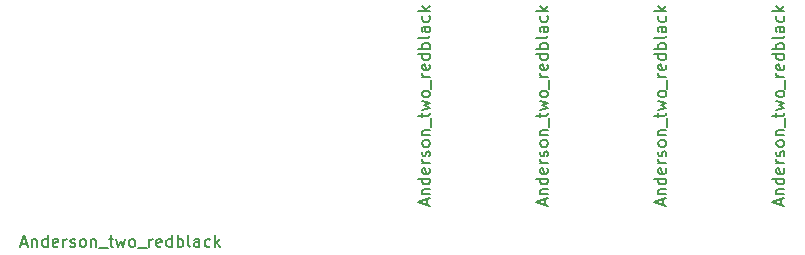
<source format=gbr>
G04 #@! TF.FileFunction,Other,Fab,Top*
%FSLAX46Y46*%
G04 Gerber Fmt 4.6, Leading zero omitted, Abs format (unit mm)*
G04 Created by KiCad (PCBNEW 4.0.6+dfsg1-1) date Thu Jun 14 22:42:19 2018*
%MOMM*%
%LPD*%
G01*
G04 APERTURE LIST*
%ADD10C,0.100000*%
%ADD11C,0.150000*%
G04 APERTURE END LIST*
D10*
D11*
X80595236Y-88166667D02*
X81071427Y-88166667D01*
X80499998Y-88452381D02*
X80833331Y-87452381D01*
X81166665Y-88452381D01*
X81499998Y-87785714D02*
X81499998Y-88452381D01*
X81499998Y-87880952D02*
X81547617Y-87833333D01*
X81642855Y-87785714D01*
X81785713Y-87785714D01*
X81880951Y-87833333D01*
X81928570Y-87928571D01*
X81928570Y-88452381D01*
X82833332Y-88452381D02*
X82833332Y-87452381D01*
X82833332Y-88404762D02*
X82738094Y-88452381D01*
X82547617Y-88452381D01*
X82452379Y-88404762D01*
X82404760Y-88357143D01*
X82357141Y-88261905D01*
X82357141Y-87976190D01*
X82404760Y-87880952D01*
X82452379Y-87833333D01*
X82547617Y-87785714D01*
X82738094Y-87785714D01*
X82833332Y-87833333D01*
X83690475Y-88404762D02*
X83595237Y-88452381D01*
X83404760Y-88452381D01*
X83309522Y-88404762D01*
X83261903Y-88309524D01*
X83261903Y-87928571D01*
X83309522Y-87833333D01*
X83404760Y-87785714D01*
X83595237Y-87785714D01*
X83690475Y-87833333D01*
X83738094Y-87928571D01*
X83738094Y-88023810D01*
X83261903Y-88119048D01*
X84166665Y-88452381D02*
X84166665Y-87785714D01*
X84166665Y-87976190D02*
X84214284Y-87880952D01*
X84261903Y-87833333D01*
X84357141Y-87785714D01*
X84452380Y-87785714D01*
X84738094Y-88404762D02*
X84833332Y-88452381D01*
X85023808Y-88452381D01*
X85119047Y-88404762D01*
X85166666Y-88309524D01*
X85166666Y-88261905D01*
X85119047Y-88166667D01*
X85023808Y-88119048D01*
X84880951Y-88119048D01*
X84785713Y-88071429D01*
X84738094Y-87976190D01*
X84738094Y-87928571D01*
X84785713Y-87833333D01*
X84880951Y-87785714D01*
X85023808Y-87785714D01*
X85119047Y-87833333D01*
X85738094Y-88452381D02*
X85642856Y-88404762D01*
X85595237Y-88357143D01*
X85547618Y-88261905D01*
X85547618Y-87976190D01*
X85595237Y-87880952D01*
X85642856Y-87833333D01*
X85738094Y-87785714D01*
X85880952Y-87785714D01*
X85976190Y-87833333D01*
X86023809Y-87880952D01*
X86071428Y-87976190D01*
X86071428Y-88261905D01*
X86023809Y-88357143D01*
X85976190Y-88404762D01*
X85880952Y-88452381D01*
X85738094Y-88452381D01*
X86499999Y-87785714D02*
X86499999Y-88452381D01*
X86499999Y-87880952D02*
X86547618Y-87833333D01*
X86642856Y-87785714D01*
X86785714Y-87785714D01*
X86880952Y-87833333D01*
X86928571Y-87928571D01*
X86928571Y-88452381D01*
X87166666Y-88547619D02*
X87928571Y-88547619D01*
X88023809Y-87785714D02*
X88404761Y-87785714D01*
X88166666Y-87452381D02*
X88166666Y-88309524D01*
X88214285Y-88404762D01*
X88309523Y-88452381D01*
X88404761Y-88452381D01*
X88642857Y-87785714D02*
X88833333Y-88452381D01*
X89023810Y-87976190D01*
X89214286Y-88452381D01*
X89404762Y-87785714D01*
X89928571Y-88452381D02*
X89833333Y-88404762D01*
X89785714Y-88357143D01*
X89738095Y-88261905D01*
X89738095Y-87976190D01*
X89785714Y-87880952D01*
X89833333Y-87833333D01*
X89928571Y-87785714D01*
X90071429Y-87785714D01*
X90166667Y-87833333D01*
X90214286Y-87880952D01*
X90261905Y-87976190D01*
X90261905Y-88261905D01*
X90214286Y-88357143D01*
X90166667Y-88404762D01*
X90071429Y-88452381D01*
X89928571Y-88452381D01*
X90452381Y-88547619D02*
X91214286Y-88547619D01*
X91452381Y-88452381D02*
X91452381Y-87785714D01*
X91452381Y-87976190D02*
X91500000Y-87880952D01*
X91547619Y-87833333D01*
X91642857Y-87785714D01*
X91738096Y-87785714D01*
X92452382Y-88404762D02*
X92357144Y-88452381D01*
X92166667Y-88452381D01*
X92071429Y-88404762D01*
X92023810Y-88309524D01*
X92023810Y-87928571D01*
X92071429Y-87833333D01*
X92166667Y-87785714D01*
X92357144Y-87785714D01*
X92452382Y-87833333D01*
X92500001Y-87928571D01*
X92500001Y-88023810D01*
X92023810Y-88119048D01*
X93357144Y-88452381D02*
X93357144Y-87452381D01*
X93357144Y-88404762D02*
X93261906Y-88452381D01*
X93071429Y-88452381D01*
X92976191Y-88404762D01*
X92928572Y-88357143D01*
X92880953Y-88261905D01*
X92880953Y-87976190D01*
X92928572Y-87880952D01*
X92976191Y-87833333D01*
X93071429Y-87785714D01*
X93261906Y-87785714D01*
X93357144Y-87833333D01*
X93833334Y-88452381D02*
X93833334Y-87452381D01*
X93833334Y-87833333D02*
X93928572Y-87785714D01*
X94119049Y-87785714D01*
X94214287Y-87833333D01*
X94261906Y-87880952D01*
X94309525Y-87976190D01*
X94309525Y-88261905D01*
X94261906Y-88357143D01*
X94214287Y-88404762D01*
X94119049Y-88452381D01*
X93928572Y-88452381D01*
X93833334Y-88404762D01*
X94880953Y-88452381D02*
X94785715Y-88404762D01*
X94738096Y-88309524D01*
X94738096Y-87452381D01*
X95690478Y-88452381D02*
X95690478Y-87928571D01*
X95642859Y-87833333D01*
X95547621Y-87785714D01*
X95357144Y-87785714D01*
X95261906Y-87833333D01*
X95690478Y-88404762D02*
X95595240Y-88452381D01*
X95357144Y-88452381D01*
X95261906Y-88404762D01*
X95214287Y-88309524D01*
X95214287Y-88214286D01*
X95261906Y-88119048D01*
X95357144Y-88071429D01*
X95595240Y-88071429D01*
X95690478Y-88023810D01*
X96595240Y-88404762D02*
X96500002Y-88452381D01*
X96309525Y-88452381D01*
X96214287Y-88404762D01*
X96166668Y-88357143D01*
X96119049Y-88261905D01*
X96119049Y-87976190D01*
X96166668Y-87880952D01*
X96214287Y-87833333D01*
X96309525Y-87785714D01*
X96500002Y-87785714D01*
X96595240Y-87833333D01*
X97023811Y-88452381D02*
X97023811Y-87452381D01*
X97119049Y-88071429D02*
X97404764Y-88452381D01*
X97404764Y-87785714D02*
X97023811Y-88166667D01*
X114916667Y-84904764D02*
X114916667Y-84428573D01*
X115202381Y-85000002D02*
X114202381Y-84666669D01*
X115202381Y-84333335D01*
X114535714Y-84000002D02*
X115202381Y-84000002D01*
X114630952Y-84000002D02*
X114583333Y-83952383D01*
X114535714Y-83857145D01*
X114535714Y-83714287D01*
X114583333Y-83619049D01*
X114678571Y-83571430D01*
X115202381Y-83571430D01*
X115202381Y-82666668D02*
X114202381Y-82666668D01*
X115154762Y-82666668D02*
X115202381Y-82761906D01*
X115202381Y-82952383D01*
X115154762Y-83047621D01*
X115107143Y-83095240D01*
X115011905Y-83142859D01*
X114726190Y-83142859D01*
X114630952Y-83095240D01*
X114583333Y-83047621D01*
X114535714Y-82952383D01*
X114535714Y-82761906D01*
X114583333Y-82666668D01*
X115154762Y-81809525D02*
X115202381Y-81904763D01*
X115202381Y-82095240D01*
X115154762Y-82190478D01*
X115059524Y-82238097D01*
X114678571Y-82238097D01*
X114583333Y-82190478D01*
X114535714Y-82095240D01*
X114535714Y-81904763D01*
X114583333Y-81809525D01*
X114678571Y-81761906D01*
X114773810Y-81761906D01*
X114869048Y-82238097D01*
X115202381Y-81333335D02*
X114535714Y-81333335D01*
X114726190Y-81333335D02*
X114630952Y-81285716D01*
X114583333Y-81238097D01*
X114535714Y-81142859D01*
X114535714Y-81047620D01*
X115154762Y-80761906D02*
X115202381Y-80666668D01*
X115202381Y-80476192D01*
X115154762Y-80380953D01*
X115059524Y-80333334D01*
X115011905Y-80333334D01*
X114916667Y-80380953D01*
X114869048Y-80476192D01*
X114869048Y-80619049D01*
X114821429Y-80714287D01*
X114726190Y-80761906D01*
X114678571Y-80761906D01*
X114583333Y-80714287D01*
X114535714Y-80619049D01*
X114535714Y-80476192D01*
X114583333Y-80380953D01*
X115202381Y-79761906D02*
X115154762Y-79857144D01*
X115107143Y-79904763D01*
X115011905Y-79952382D01*
X114726190Y-79952382D01*
X114630952Y-79904763D01*
X114583333Y-79857144D01*
X114535714Y-79761906D01*
X114535714Y-79619048D01*
X114583333Y-79523810D01*
X114630952Y-79476191D01*
X114726190Y-79428572D01*
X115011905Y-79428572D01*
X115107143Y-79476191D01*
X115154762Y-79523810D01*
X115202381Y-79619048D01*
X115202381Y-79761906D01*
X114535714Y-79000001D02*
X115202381Y-79000001D01*
X114630952Y-79000001D02*
X114583333Y-78952382D01*
X114535714Y-78857144D01*
X114535714Y-78714286D01*
X114583333Y-78619048D01*
X114678571Y-78571429D01*
X115202381Y-78571429D01*
X115297619Y-78333334D02*
X115297619Y-77571429D01*
X114535714Y-77476191D02*
X114535714Y-77095239D01*
X114202381Y-77333334D02*
X115059524Y-77333334D01*
X115154762Y-77285715D01*
X115202381Y-77190477D01*
X115202381Y-77095239D01*
X114535714Y-76857143D02*
X115202381Y-76666667D01*
X114726190Y-76476190D01*
X115202381Y-76285714D01*
X114535714Y-76095238D01*
X115202381Y-75571429D02*
X115154762Y-75666667D01*
X115107143Y-75714286D01*
X115011905Y-75761905D01*
X114726190Y-75761905D01*
X114630952Y-75714286D01*
X114583333Y-75666667D01*
X114535714Y-75571429D01*
X114535714Y-75428571D01*
X114583333Y-75333333D01*
X114630952Y-75285714D01*
X114726190Y-75238095D01*
X115011905Y-75238095D01*
X115107143Y-75285714D01*
X115154762Y-75333333D01*
X115202381Y-75428571D01*
X115202381Y-75571429D01*
X115297619Y-75047619D02*
X115297619Y-74285714D01*
X115202381Y-74047619D02*
X114535714Y-74047619D01*
X114726190Y-74047619D02*
X114630952Y-74000000D01*
X114583333Y-73952381D01*
X114535714Y-73857143D01*
X114535714Y-73761904D01*
X115154762Y-73047618D02*
X115202381Y-73142856D01*
X115202381Y-73333333D01*
X115154762Y-73428571D01*
X115059524Y-73476190D01*
X114678571Y-73476190D01*
X114583333Y-73428571D01*
X114535714Y-73333333D01*
X114535714Y-73142856D01*
X114583333Y-73047618D01*
X114678571Y-72999999D01*
X114773810Y-72999999D01*
X114869048Y-73476190D01*
X115202381Y-72142856D02*
X114202381Y-72142856D01*
X115154762Y-72142856D02*
X115202381Y-72238094D01*
X115202381Y-72428571D01*
X115154762Y-72523809D01*
X115107143Y-72571428D01*
X115011905Y-72619047D01*
X114726190Y-72619047D01*
X114630952Y-72571428D01*
X114583333Y-72523809D01*
X114535714Y-72428571D01*
X114535714Y-72238094D01*
X114583333Y-72142856D01*
X115202381Y-71666666D02*
X114202381Y-71666666D01*
X114583333Y-71666666D02*
X114535714Y-71571428D01*
X114535714Y-71380951D01*
X114583333Y-71285713D01*
X114630952Y-71238094D01*
X114726190Y-71190475D01*
X115011905Y-71190475D01*
X115107143Y-71238094D01*
X115154762Y-71285713D01*
X115202381Y-71380951D01*
X115202381Y-71571428D01*
X115154762Y-71666666D01*
X115202381Y-70619047D02*
X115154762Y-70714285D01*
X115059524Y-70761904D01*
X114202381Y-70761904D01*
X115202381Y-69809522D02*
X114678571Y-69809522D01*
X114583333Y-69857141D01*
X114535714Y-69952379D01*
X114535714Y-70142856D01*
X114583333Y-70238094D01*
X115154762Y-69809522D02*
X115202381Y-69904760D01*
X115202381Y-70142856D01*
X115154762Y-70238094D01*
X115059524Y-70285713D01*
X114964286Y-70285713D01*
X114869048Y-70238094D01*
X114821429Y-70142856D01*
X114821429Y-69904760D01*
X114773810Y-69809522D01*
X115154762Y-68904760D02*
X115202381Y-68999998D01*
X115202381Y-69190475D01*
X115154762Y-69285713D01*
X115107143Y-69333332D01*
X115011905Y-69380951D01*
X114726190Y-69380951D01*
X114630952Y-69333332D01*
X114583333Y-69285713D01*
X114535714Y-69190475D01*
X114535714Y-68999998D01*
X114583333Y-68904760D01*
X115202381Y-68476189D02*
X114202381Y-68476189D01*
X114821429Y-68380951D02*
X115202381Y-68095236D01*
X114535714Y-68095236D02*
X114916667Y-68476189D01*
X124916667Y-84904764D02*
X124916667Y-84428573D01*
X125202381Y-85000002D02*
X124202381Y-84666669D01*
X125202381Y-84333335D01*
X124535714Y-84000002D02*
X125202381Y-84000002D01*
X124630952Y-84000002D02*
X124583333Y-83952383D01*
X124535714Y-83857145D01*
X124535714Y-83714287D01*
X124583333Y-83619049D01*
X124678571Y-83571430D01*
X125202381Y-83571430D01*
X125202381Y-82666668D02*
X124202381Y-82666668D01*
X125154762Y-82666668D02*
X125202381Y-82761906D01*
X125202381Y-82952383D01*
X125154762Y-83047621D01*
X125107143Y-83095240D01*
X125011905Y-83142859D01*
X124726190Y-83142859D01*
X124630952Y-83095240D01*
X124583333Y-83047621D01*
X124535714Y-82952383D01*
X124535714Y-82761906D01*
X124583333Y-82666668D01*
X125154762Y-81809525D02*
X125202381Y-81904763D01*
X125202381Y-82095240D01*
X125154762Y-82190478D01*
X125059524Y-82238097D01*
X124678571Y-82238097D01*
X124583333Y-82190478D01*
X124535714Y-82095240D01*
X124535714Y-81904763D01*
X124583333Y-81809525D01*
X124678571Y-81761906D01*
X124773810Y-81761906D01*
X124869048Y-82238097D01*
X125202381Y-81333335D02*
X124535714Y-81333335D01*
X124726190Y-81333335D02*
X124630952Y-81285716D01*
X124583333Y-81238097D01*
X124535714Y-81142859D01*
X124535714Y-81047620D01*
X125154762Y-80761906D02*
X125202381Y-80666668D01*
X125202381Y-80476192D01*
X125154762Y-80380953D01*
X125059524Y-80333334D01*
X125011905Y-80333334D01*
X124916667Y-80380953D01*
X124869048Y-80476192D01*
X124869048Y-80619049D01*
X124821429Y-80714287D01*
X124726190Y-80761906D01*
X124678571Y-80761906D01*
X124583333Y-80714287D01*
X124535714Y-80619049D01*
X124535714Y-80476192D01*
X124583333Y-80380953D01*
X125202381Y-79761906D02*
X125154762Y-79857144D01*
X125107143Y-79904763D01*
X125011905Y-79952382D01*
X124726190Y-79952382D01*
X124630952Y-79904763D01*
X124583333Y-79857144D01*
X124535714Y-79761906D01*
X124535714Y-79619048D01*
X124583333Y-79523810D01*
X124630952Y-79476191D01*
X124726190Y-79428572D01*
X125011905Y-79428572D01*
X125107143Y-79476191D01*
X125154762Y-79523810D01*
X125202381Y-79619048D01*
X125202381Y-79761906D01*
X124535714Y-79000001D02*
X125202381Y-79000001D01*
X124630952Y-79000001D02*
X124583333Y-78952382D01*
X124535714Y-78857144D01*
X124535714Y-78714286D01*
X124583333Y-78619048D01*
X124678571Y-78571429D01*
X125202381Y-78571429D01*
X125297619Y-78333334D02*
X125297619Y-77571429D01*
X124535714Y-77476191D02*
X124535714Y-77095239D01*
X124202381Y-77333334D02*
X125059524Y-77333334D01*
X125154762Y-77285715D01*
X125202381Y-77190477D01*
X125202381Y-77095239D01*
X124535714Y-76857143D02*
X125202381Y-76666667D01*
X124726190Y-76476190D01*
X125202381Y-76285714D01*
X124535714Y-76095238D01*
X125202381Y-75571429D02*
X125154762Y-75666667D01*
X125107143Y-75714286D01*
X125011905Y-75761905D01*
X124726190Y-75761905D01*
X124630952Y-75714286D01*
X124583333Y-75666667D01*
X124535714Y-75571429D01*
X124535714Y-75428571D01*
X124583333Y-75333333D01*
X124630952Y-75285714D01*
X124726190Y-75238095D01*
X125011905Y-75238095D01*
X125107143Y-75285714D01*
X125154762Y-75333333D01*
X125202381Y-75428571D01*
X125202381Y-75571429D01*
X125297619Y-75047619D02*
X125297619Y-74285714D01*
X125202381Y-74047619D02*
X124535714Y-74047619D01*
X124726190Y-74047619D02*
X124630952Y-74000000D01*
X124583333Y-73952381D01*
X124535714Y-73857143D01*
X124535714Y-73761904D01*
X125154762Y-73047618D02*
X125202381Y-73142856D01*
X125202381Y-73333333D01*
X125154762Y-73428571D01*
X125059524Y-73476190D01*
X124678571Y-73476190D01*
X124583333Y-73428571D01*
X124535714Y-73333333D01*
X124535714Y-73142856D01*
X124583333Y-73047618D01*
X124678571Y-72999999D01*
X124773810Y-72999999D01*
X124869048Y-73476190D01*
X125202381Y-72142856D02*
X124202381Y-72142856D01*
X125154762Y-72142856D02*
X125202381Y-72238094D01*
X125202381Y-72428571D01*
X125154762Y-72523809D01*
X125107143Y-72571428D01*
X125011905Y-72619047D01*
X124726190Y-72619047D01*
X124630952Y-72571428D01*
X124583333Y-72523809D01*
X124535714Y-72428571D01*
X124535714Y-72238094D01*
X124583333Y-72142856D01*
X125202381Y-71666666D02*
X124202381Y-71666666D01*
X124583333Y-71666666D02*
X124535714Y-71571428D01*
X124535714Y-71380951D01*
X124583333Y-71285713D01*
X124630952Y-71238094D01*
X124726190Y-71190475D01*
X125011905Y-71190475D01*
X125107143Y-71238094D01*
X125154762Y-71285713D01*
X125202381Y-71380951D01*
X125202381Y-71571428D01*
X125154762Y-71666666D01*
X125202381Y-70619047D02*
X125154762Y-70714285D01*
X125059524Y-70761904D01*
X124202381Y-70761904D01*
X125202381Y-69809522D02*
X124678571Y-69809522D01*
X124583333Y-69857141D01*
X124535714Y-69952379D01*
X124535714Y-70142856D01*
X124583333Y-70238094D01*
X125154762Y-69809522D02*
X125202381Y-69904760D01*
X125202381Y-70142856D01*
X125154762Y-70238094D01*
X125059524Y-70285713D01*
X124964286Y-70285713D01*
X124869048Y-70238094D01*
X124821429Y-70142856D01*
X124821429Y-69904760D01*
X124773810Y-69809522D01*
X125154762Y-68904760D02*
X125202381Y-68999998D01*
X125202381Y-69190475D01*
X125154762Y-69285713D01*
X125107143Y-69333332D01*
X125011905Y-69380951D01*
X124726190Y-69380951D01*
X124630952Y-69333332D01*
X124583333Y-69285713D01*
X124535714Y-69190475D01*
X124535714Y-68999998D01*
X124583333Y-68904760D01*
X125202381Y-68476189D02*
X124202381Y-68476189D01*
X124821429Y-68380951D02*
X125202381Y-68095236D01*
X124535714Y-68095236D02*
X124916667Y-68476189D01*
X134916667Y-84904764D02*
X134916667Y-84428573D01*
X135202381Y-85000002D02*
X134202381Y-84666669D01*
X135202381Y-84333335D01*
X134535714Y-84000002D02*
X135202381Y-84000002D01*
X134630952Y-84000002D02*
X134583333Y-83952383D01*
X134535714Y-83857145D01*
X134535714Y-83714287D01*
X134583333Y-83619049D01*
X134678571Y-83571430D01*
X135202381Y-83571430D01*
X135202381Y-82666668D02*
X134202381Y-82666668D01*
X135154762Y-82666668D02*
X135202381Y-82761906D01*
X135202381Y-82952383D01*
X135154762Y-83047621D01*
X135107143Y-83095240D01*
X135011905Y-83142859D01*
X134726190Y-83142859D01*
X134630952Y-83095240D01*
X134583333Y-83047621D01*
X134535714Y-82952383D01*
X134535714Y-82761906D01*
X134583333Y-82666668D01*
X135154762Y-81809525D02*
X135202381Y-81904763D01*
X135202381Y-82095240D01*
X135154762Y-82190478D01*
X135059524Y-82238097D01*
X134678571Y-82238097D01*
X134583333Y-82190478D01*
X134535714Y-82095240D01*
X134535714Y-81904763D01*
X134583333Y-81809525D01*
X134678571Y-81761906D01*
X134773810Y-81761906D01*
X134869048Y-82238097D01*
X135202381Y-81333335D02*
X134535714Y-81333335D01*
X134726190Y-81333335D02*
X134630952Y-81285716D01*
X134583333Y-81238097D01*
X134535714Y-81142859D01*
X134535714Y-81047620D01*
X135154762Y-80761906D02*
X135202381Y-80666668D01*
X135202381Y-80476192D01*
X135154762Y-80380953D01*
X135059524Y-80333334D01*
X135011905Y-80333334D01*
X134916667Y-80380953D01*
X134869048Y-80476192D01*
X134869048Y-80619049D01*
X134821429Y-80714287D01*
X134726190Y-80761906D01*
X134678571Y-80761906D01*
X134583333Y-80714287D01*
X134535714Y-80619049D01*
X134535714Y-80476192D01*
X134583333Y-80380953D01*
X135202381Y-79761906D02*
X135154762Y-79857144D01*
X135107143Y-79904763D01*
X135011905Y-79952382D01*
X134726190Y-79952382D01*
X134630952Y-79904763D01*
X134583333Y-79857144D01*
X134535714Y-79761906D01*
X134535714Y-79619048D01*
X134583333Y-79523810D01*
X134630952Y-79476191D01*
X134726190Y-79428572D01*
X135011905Y-79428572D01*
X135107143Y-79476191D01*
X135154762Y-79523810D01*
X135202381Y-79619048D01*
X135202381Y-79761906D01*
X134535714Y-79000001D02*
X135202381Y-79000001D01*
X134630952Y-79000001D02*
X134583333Y-78952382D01*
X134535714Y-78857144D01*
X134535714Y-78714286D01*
X134583333Y-78619048D01*
X134678571Y-78571429D01*
X135202381Y-78571429D01*
X135297619Y-78333334D02*
X135297619Y-77571429D01*
X134535714Y-77476191D02*
X134535714Y-77095239D01*
X134202381Y-77333334D02*
X135059524Y-77333334D01*
X135154762Y-77285715D01*
X135202381Y-77190477D01*
X135202381Y-77095239D01*
X134535714Y-76857143D02*
X135202381Y-76666667D01*
X134726190Y-76476190D01*
X135202381Y-76285714D01*
X134535714Y-76095238D01*
X135202381Y-75571429D02*
X135154762Y-75666667D01*
X135107143Y-75714286D01*
X135011905Y-75761905D01*
X134726190Y-75761905D01*
X134630952Y-75714286D01*
X134583333Y-75666667D01*
X134535714Y-75571429D01*
X134535714Y-75428571D01*
X134583333Y-75333333D01*
X134630952Y-75285714D01*
X134726190Y-75238095D01*
X135011905Y-75238095D01*
X135107143Y-75285714D01*
X135154762Y-75333333D01*
X135202381Y-75428571D01*
X135202381Y-75571429D01*
X135297619Y-75047619D02*
X135297619Y-74285714D01*
X135202381Y-74047619D02*
X134535714Y-74047619D01*
X134726190Y-74047619D02*
X134630952Y-74000000D01*
X134583333Y-73952381D01*
X134535714Y-73857143D01*
X134535714Y-73761904D01*
X135154762Y-73047618D02*
X135202381Y-73142856D01*
X135202381Y-73333333D01*
X135154762Y-73428571D01*
X135059524Y-73476190D01*
X134678571Y-73476190D01*
X134583333Y-73428571D01*
X134535714Y-73333333D01*
X134535714Y-73142856D01*
X134583333Y-73047618D01*
X134678571Y-72999999D01*
X134773810Y-72999999D01*
X134869048Y-73476190D01*
X135202381Y-72142856D02*
X134202381Y-72142856D01*
X135154762Y-72142856D02*
X135202381Y-72238094D01*
X135202381Y-72428571D01*
X135154762Y-72523809D01*
X135107143Y-72571428D01*
X135011905Y-72619047D01*
X134726190Y-72619047D01*
X134630952Y-72571428D01*
X134583333Y-72523809D01*
X134535714Y-72428571D01*
X134535714Y-72238094D01*
X134583333Y-72142856D01*
X135202381Y-71666666D02*
X134202381Y-71666666D01*
X134583333Y-71666666D02*
X134535714Y-71571428D01*
X134535714Y-71380951D01*
X134583333Y-71285713D01*
X134630952Y-71238094D01*
X134726190Y-71190475D01*
X135011905Y-71190475D01*
X135107143Y-71238094D01*
X135154762Y-71285713D01*
X135202381Y-71380951D01*
X135202381Y-71571428D01*
X135154762Y-71666666D01*
X135202381Y-70619047D02*
X135154762Y-70714285D01*
X135059524Y-70761904D01*
X134202381Y-70761904D01*
X135202381Y-69809522D02*
X134678571Y-69809522D01*
X134583333Y-69857141D01*
X134535714Y-69952379D01*
X134535714Y-70142856D01*
X134583333Y-70238094D01*
X135154762Y-69809522D02*
X135202381Y-69904760D01*
X135202381Y-70142856D01*
X135154762Y-70238094D01*
X135059524Y-70285713D01*
X134964286Y-70285713D01*
X134869048Y-70238094D01*
X134821429Y-70142856D01*
X134821429Y-69904760D01*
X134773810Y-69809522D01*
X135154762Y-68904760D02*
X135202381Y-68999998D01*
X135202381Y-69190475D01*
X135154762Y-69285713D01*
X135107143Y-69333332D01*
X135011905Y-69380951D01*
X134726190Y-69380951D01*
X134630952Y-69333332D01*
X134583333Y-69285713D01*
X134535714Y-69190475D01*
X134535714Y-68999998D01*
X134583333Y-68904760D01*
X135202381Y-68476189D02*
X134202381Y-68476189D01*
X134821429Y-68380951D02*
X135202381Y-68095236D01*
X134535714Y-68095236D02*
X134916667Y-68476189D01*
X144916667Y-84904764D02*
X144916667Y-84428573D01*
X145202381Y-85000002D02*
X144202381Y-84666669D01*
X145202381Y-84333335D01*
X144535714Y-84000002D02*
X145202381Y-84000002D01*
X144630952Y-84000002D02*
X144583333Y-83952383D01*
X144535714Y-83857145D01*
X144535714Y-83714287D01*
X144583333Y-83619049D01*
X144678571Y-83571430D01*
X145202381Y-83571430D01*
X145202381Y-82666668D02*
X144202381Y-82666668D01*
X145154762Y-82666668D02*
X145202381Y-82761906D01*
X145202381Y-82952383D01*
X145154762Y-83047621D01*
X145107143Y-83095240D01*
X145011905Y-83142859D01*
X144726190Y-83142859D01*
X144630952Y-83095240D01*
X144583333Y-83047621D01*
X144535714Y-82952383D01*
X144535714Y-82761906D01*
X144583333Y-82666668D01*
X145154762Y-81809525D02*
X145202381Y-81904763D01*
X145202381Y-82095240D01*
X145154762Y-82190478D01*
X145059524Y-82238097D01*
X144678571Y-82238097D01*
X144583333Y-82190478D01*
X144535714Y-82095240D01*
X144535714Y-81904763D01*
X144583333Y-81809525D01*
X144678571Y-81761906D01*
X144773810Y-81761906D01*
X144869048Y-82238097D01*
X145202381Y-81333335D02*
X144535714Y-81333335D01*
X144726190Y-81333335D02*
X144630952Y-81285716D01*
X144583333Y-81238097D01*
X144535714Y-81142859D01*
X144535714Y-81047620D01*
X145154762Y-80761906D02*
X145202381Y-80666668D01*
X145202381Y-80476192D01*
X145154762Y-80380953D01*
X145059524Y-80333334D01*
X145011905Y-80333334D01*
X144916667Y-80380953D01*
X144869048Y-80476192D01*
X144869048Y-80619049D01*
X144821429Y-80714287D01*
X144726190Y-80761906D01*
X144678571Y-80761906D01*
X144583333Y-80714287D01*
X144535714Y-80619049D01*
X144535714Y-80476192D01*
X144583333Y-80380953D01*
X145202381Y-79761906D02*
X145154762Y-79857144D01*
X145107143Y-79904763D01*
X145011905Y-79952382D01*
X144726190Y-79952382D01*
X144630952Y-79904763D01*
X144583333Y-79857144D01*
X144535714Y-79761906D01*
X144535714Y-79619048D01*
X144583333Y-79523810D01*
X144630952Y-79476191D01*
X144726190Y-79428572D01*
X145011905Y-79428572D01*
X145107143Y-79476191D01*
X145154762Y-79523810D01*
X145202381Y-79619048D01*
X145202381Y-79761906D01*
X144535714Y-79000001D02*
X145202381Y-79000001D01*
X144630952Y-79000001D02*
X144583333Y-78952382D01*
X144535714Y-78857144D01*
X144535714Y-78714286D01*
X144583333Y-78619048D01*
X144678571Y-78571429D01*
X145202381Y-78571429D01*
X145297619Y-78333334D02*
X145297619Y-77571429D01*
X144535714Y-77476191D02*
X144535714Y-77095239D01*
X144202381Y-77333334D02*
X145059524Y-77333334D01*
X145154762Y-77285715D01*
X145202381Y-77190477D01*
X145202381Y-77095239D01*
X144535714Y-76857143D02*
X145202381Y-76666667D01*
X144726190Y-76476190D01*
X145202381Y-76285714D01*
X144535714Y-76095238D01*
X145202381Y-75571429D02*
X145154762Y-75666667D01*
X145107143Y-75714286D01*
X145011905Y-75761905D01*
X144726190Y-75761905D01*
X144630952Y-75714286D01*
X144583333Y-75666667D01*
X144535714Y-75571429D01*
X144535714Y-75428571D01*
X144583333Y-75333333D01*
X144630952Y-75285714D01*
X144726190Y-75238095D01*
X145011905Y-75238095D01*
X145107143Y-75285714D01*
X145154762Y-75333333D01*
X145202381Y-75428571D01*
X145202381Y-75571429D01*
X145297619Y-75047619D02*
X145297619Y-74285714D01*
X145202381Y-74047619D02*
X144535714Y-74047619D01*
X144726190Y-74047619D02*
X144630952Y-74000000D01*
X144583333Y-73952381D01*
X144535714Y-73857143D01*
X144535714Y-73761904D01*
X145154762Y-73047618D02*
X145202381Y-73142856D01*
X145202381Y-73333333D01*
X145154762Y-73428571D01*
X145059524Y-73476190D01*
X144678571Y-73476190D01*
X144583333Y-73428571D01*
X144535714Y-73333333D01*
X144535714Y-73142856D01*
X144583333Y-73047618D01*
X144678571Y-72999999D01*
X144773810Y-72999999D01*
X144869048Y-73476190D01*
X145202381Y-72142856D02*
X144202381Y-72142856D01*
X145154762Y-72142856D02*
X145202381Y-72238094D01*
X145202381Y-72428571D01*
X145154762Y-72523809D01*
X145107143Y-72571428D01*
X145011905Y-72619047D01*
X144726190Y-72619047D01*
X144630952Y-72571428D01*
X144583333Y-72523809D01*
X144535714Y-72428571D01*
X144535714Y-72238094D01*
X144583333Y-72142856D01*
X145202381Y-71666666D02*
X144202381Y-71666666D01*
X144583333Y-71666666D02*
X144535714Y-71571428D01*
X144535714Y-71380951D01*
X144583333Y-71285713D01*
X144630952Y-71238094D01*
X144726190Y-71190475D01*
X145011905Y-71190475D01*
X145107143Y-71238094D01*
X145154762Y-71285713D01*
X145202381Y-71380951D01*
X145202381Y-71571428D01*
X145154762Y-71666666D01*
X145202381Y-70619047D02*
X145154762Y-70714285D01*
X145059524Y-70761904D01*
X144202381Y-70761904D01*
X145202381Y-69809522D02*
X144678571Y-69809522D01*
X144583333Y-69857141D01*
X144535714Y-69952379D01*
X144535714Y-70142856D01*
X144583333Y-70238094D01*
X145154762Y-69809522D02*
X145202381Y-69904760D01*
X145202381Y-70142856D01*
X145154762Y-70238094D01*
X145059524Y-70285713D01*
X144964286Y-70285713D01*
X144869048Y-70238094D01*
X144821429Y-70142856D01*
X144821429Y-69904760D01*
X144773810Y-69809522D01*
X145154762Y-68904760D02*
X145202381Y-68999998D01*
X145202381Y-69190475D01*
X145154762Y-69285713D01*
X145107143Y-69333332D01*
X145011905Y-69380951D01*
X144726190Y-69380951D01*
X144630952Y-69333332D01*
X144583333Y-69285713D01*
X144535714Y-69190475D01*
X144535714Y-68999998D01*
X144583333Y-68904760D01*
X145202381Y-68476189D02*
X144202381Y-68476189D01*
X144821429Y-68380951D02*
X145202381Y-68095236D01*
X144535714Y-68095236D02*
X144916667Y-68476189D01*
M02*

</source>
